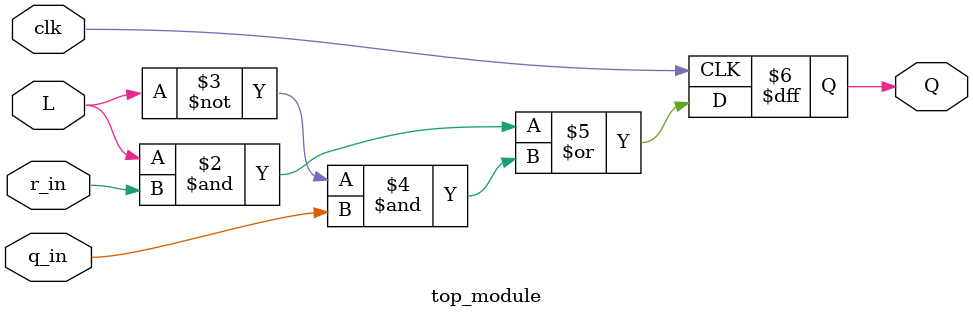
<source format=sv>
module top_module(
    input logic clk,
    input logic L,      // Selection pin
    input logic r_in,   // Mux = 1
    input logic q_in,   // Mux = 0
    output logic Q
);

    always_ff @(posedge clk) begin
        Q <= (L & r_in) | (~L & q_in);
    end

endmodule
</source>
